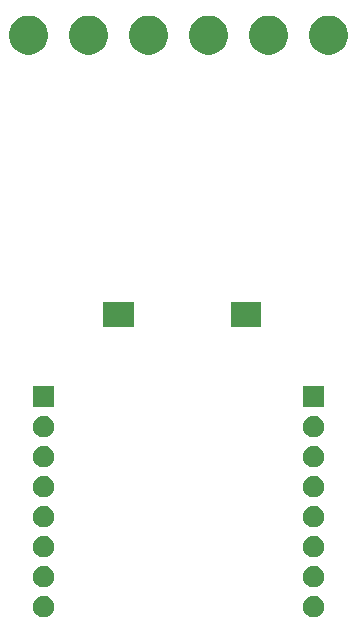
<source format=gbr>
G04 #@! TF.GenerationSoftware,KiCad,Pcbnew,(5.1.5)-3*
G04 #@! TF.CreationDate,2020-05-08T19:39:07+02:00*
G04 #@! TF.ProjectId,DRV8870 BDC Motor Driver,44525638-3837-4302-9042-4443204d6f74,rev?*
G04 #@! TF.SameCoordinates,Original*
G04 #@! TF.FileFunction,Soldermask,Bot*
G04 #@! TF.FilePolarity,Negative*
%FSLAX46Y46*%
G04 Gerber Fmt 4.6, Leading zero omitted, Abs format (unit mm)*
G04 Created by KiCad (PCBNEW (5.1.5)-3) date 2020-05-08 19:39:07*
%MOMM*%
%LPD*%
G04 APERTURE LIST*
%ADD10C,0.100000*%
G04 APERTURE END LIST*
D10*
G36*
X151243512Y-122293927D02*
G01*
X151392812Y-122323624D01*
X151556784Y-122391544D01*
X151704354Y-122490147D01*
X151829853Y-122615646D01*
X151928456Y-122763216D01*
X151996376Y-122927188D01*
X152031000Y-123101259D01*
X152031000Y-123278741D01*
X151996376Y-123452812D01*
X151928456Y-123616784D01*
X151829853Y-123764354D01*
X151704354Y-123889853D01*
X151556784Y-123988456D01*
X151392812Y-124056376D01*
X151243512Y-124086073D01*
X151218742Y-124091000D01*
X151041258Y-124091000D01*
X151016488Y-124086073D01*
X150867188Y-124056376D01*
X150703216Y-123988456D01*
X150555646Y-123889853D01*
X150430147Y-123764354D01*
X150331544Y-123616784D01*
X150263624Y-123452812D01*
X150229000Y-123278741D01*
X150229000Y-123101259D01*
X150263624Y-122927188D01*
X150331544Y-122763216D01*
X150430147Y-122615646D01*
X150555646Y-122490147D01*
X150703216Y-122391544D01*
X150867188Y-122323624D01*
X151016488Y-122293927D01*
X151041258Y-122289000D01*
X151218742Y-122289000D01*
X151243512Y-122293927D01*
G37*
G36*
X128383512Y-122293927D02*
G01*
X128532812Y-122323624D01*
X128696784Y-122391544D01*
X128844354Y-122490147D01*
X128969853Y-122615646D01*
X129068456Y-122763216D01*
X129136376Y-122927188D01*
X129171000Y-123101259D01*
X129171000Y-123278741D01*
X129136376Y-123452812D01*
X129068456Y-123616784D01*
X128969853Y-123764354D01*
X128844354Y-123889853D01*
X128696784Y-123988456D01*
X128532812Y-124056376D01*
X128383512Y-124086073D01*
X128358742Y-124091000D01*
X128181258Y-124091000D01*
X128156488Y-124086073D01*
X128007188Y-124056376D01*
X127843216Y-123988456D01*
X127695646Y-123889853D01*
X127570147Y-123764354D01*
X127471544Y-123616784D01*
X127403624Y-123452812D01*
X127369000Y-123278741D01*
X127369000Y-123101259D01*
X127403624Y-122927188D01*
X127471544Y-122763216D01*
X127570147Y-122615646D01*
X127695646Y-122490147D01*
X127843216Y-122391544D01*
X128007188Y-122323624D01*
X128156488Y-122293927D01*
X128181258Y-122289000D01*
X128358742Y-122289000D01*
X128383512Y-122293927D01*
G37*
G36*
X128383512Y-119753927D02*
G01*
X128532812Y-119783624D01*
X128696784Y-119851544D01*
X128844354Y-119950147D01*
X128969853Y-120075646D01*
X129068456Y-120223216D01*
X129136376Y-120387188D01*
X129171000Y-120561259D01*
X129171000Y-120738741D01*
X129136376Y-120912812D01*
X129068456Y-121076784D01*
X128969853Y-121224354D01*
X128844354Y-121349853D01*
X128696784Y-121448456D01*
X128532812Y-121516376D01*
X128383512Y-121546073D01*
X128358742Y-121551000D01*
X128181258Y-121551000D01*
X128156488Y-121546073D01*
X128007188Y-121516376D01*
X127843216Y-121448456D01*
X127695646Y-121349853D01*
X127570147Y-121224354D01*
X127471544Y-121076784D01*
X127403624Y-120912812D01*
X127369000Y-120738741D01*
X127369000Y-120561259D01*
X127403624Y-120387188D01*
X127471544Y-120223216D01*
X127570147Y-120075646D01*
X127695646Y-119950147D01*
X127843216Y-119851544D01*
X128007188Y-119783624D01*
X128156488Y-119753927D01*
X128181258Y-119749000D01*
X128358742Y-119749000D01*
X128383512Y-119753927D01*
G37*
G36*
X151243512Y-119753927D02*
G01*
X151392812Y-119783624D01*
X151556784Y-119851544D01*
X151704354Y-119950147D01*
X151829853Y-120075646D01*
X151928456Y-120223216D01*
X151996376Y-120387188D01*
X152031000Y-120561259D01*
X152031000Y-120738741D01*
X151996376Y-120912812D01*
X151928456Y-121076784D01*
X151829853Y-121224354D01*
X151704354Y-121349853D01*
X151556784Y-121448456D01*
X151392812Y-121516376D01*
X151243512Y-121546073D01*
X151218742Y-121551000D01*
X151041258Y-121551000D01*
X151016488Y-121546073D01*
X150867188Y-121516376D01*
X150703216Y-121448456D01*
X150555646Y-121349853D01*
X150430147Y-121224354D01*
X150331544Y-121076784D01*
X150263624Y-120912812D01*
X150229000Y-120738741D01*
X150229000Y-120561259D01*
X150263624Y-120387188D01*
X150331544Y-120223216D01*
X150430147Y-120075646D01*
X150555646Y-119950147D01*
X150703216Y-119851544D01*
X150867188Y-119783624D01*
X151016488Y-119753927D01*
X151041258Y-119749000D01*
X151218742Y-119749000D01*
X151243512Y-119753927D01*
G37*
G36*
X128383512Y-117213927D02*
G01*
X128532812Y-117243624D01*
X128696784Y-117311544D01*
X128844354Y-117410147D01*
X128969853Y-117535646D01*
X129068456Y-117683216D01*
X129136376Y-117847188D01*
X129171000Y-118021259D01*
X129171000Y-118198741D01*
X129136376Y-118372812D01*
X129068456Y-118536784D01*
X128969853Y-118684354D01*
X128844354Y-118809853D01*
X128696784Y-118908456D01*
X128532812Y-118976376D01*
X128383512Y-119006073D01*
X128358742Y-119011000D01*
X128181258Y-119011000D01*
X128156488Y-119006073D01*
X128007188Y-118976376D01*
X127843216Y-118908456D01*
X127695646Y-118809853D01*
X127570147Y-118684354D01*
X127471544Y-118536784D01*
X127403624Y-118372812D01*
X127369000Y-118198741D01*
X127369000Y-118021259D01*
X127403624Y-117847188D01*
X127471544Y-117683216D01*
X127570147Y-117535646D01*
X127695646Y-117410147D01*
X127843216Y-117311544D01*
X128007188Y-117243624D01*
X128156488Y-117213927D01*
X128181258Y-117209000D01*
X128358742Y-117209000D01*
X128383512Y-117213927D01*
G37*
G36*
X151243512Y-117213927D02*
G01*
X151392812Y-117243624D01*
X151556784Y-117311544D01*
X151704354Y-117410147D01*
X151829853Y-117535646D01*
X151928456Y-117683216D01*
X151996376Y-117847188D01*
X152031000Y-118021259D01*
X152031000Y-118198741D01*
X151996376Y-118372812D01*
X151928456Y-118536784D01*
X151829853Y-118684354D01*
X151704354Y-118809853D01*
X151556784Y-118908456D01*
X151392812Y-118976376D01*
X151243512Y-119006073D01*
X151218742Y-119011000D01*
X151041258Y-119011000D01*
X151016488Y-119006073D01*
X150867188Y-118976376D01*
X150703216Y-118908456D01*
X150555646Y-118809853D01*
X150430147Y-118684354D01*
X150331544Y-118536784D01*
X150263624Y-118372812D01*
X150229000Y-118198741D01*
X150229000Y-118021259D01*
X150263624Y-117847188D01*
X150331544Y-117683216D01*
X150430147Y-117535646D01*
X150555646Y-117410147D01*
X150703216Y-117311544D01*
X150867188Y-117243624D01*
X151016488Y-117213927D01*
X151041258Y-117209000D01*
X151218742Y-117209000D01*
X151243512Y-117213927D01*
G37*
G36*
X128383512Y-114673927D02*
G01*
X128532812Y-114703624D01*
X128696784Y-114771544D01*
X128844354Y-114870147D01*
X128969853Y-114995646D01*
X129068456Y-115143216D01*
X129136376Y-115307188D01*
X129171000Y-115481259D01*
X129171000Y-115658741D01*
X129136376Y-115832812D01*
X129068456Y-115996784D01*
X128969853Y-116144354D01*
X128844354Y-116269853D01*
X128696784Y-116368456D01*
X128532812Y-116436376D01*
X128383512Y-116466073D01*
X128358742Y-116471000D01*
X128181258Y-116471000D01*
X128156488Y-116466073D01*
X128007188Y-116436376D01*
X127843216Y-116368456D01*
X127695646Y-116269853D01*
X127570147Y-116144354D01*
X127471544Y-115996784D01*
X127403624Y-115832812D01*
X127369000Y-115658741D01*
X127369000Y-115481259D01*
X127403624Y-115307188D01*
X127471544Y-115143216D01*
X127570147Y-114995646D01*
X127695646Y-114870147D01*
X127843216Y-114771544D01*
X128007188Y-114703624D01*
X128156488Y-114673927D01*
X128181258Y-114669000D01*
X128358742Y-114669000D01*
X128383512Y-114673927D01*
G37*
G36*
X151243512Y-114673927D02*
G01*
X151392812Y-114703624D01*
X151556784Y-114771544D01*
X151704354Y-114870147D01*
X151829853Y-114995646D01*
X151928456Y-115143216D01*
X151996376Y-115307188D01*
X152031000Y-115481259D01*
X152031000Y-115658741D01*
X151996376Y-115832812D01*
X151928456Y-115996784D01*
X151829853Y-116144354D01*
X151704354Y-116269853D01*
X151556784Y-116368456D01*
X151392812Y-116436376D01*
X151243512Y-116466073D01*
X151218742Y-116471000D01*
X151041258Y-116471000D01*
X151016488Y-116466073D01*
X150867188Y-116436376D01*
X150703216Y-116368456D01*
X150555646Y-116269853D01*
X150430147Y-116144354D01*
X150331544Y-115996784D01*
X150263624Y-115832812D01*
X150229000Y-115658741D01*
X150229000Y-115481259D01*
X150263624Y-115307188D01*
X150331544Y-115143216D01*
X150430147Y-114995646D01*
X150555646Y-114870147D01*
X150703216Y-114771544D01*
X150867188Y-114703624D01*
X151016488Y-114673927D01*
X151041258Y-114669000D01*
X151218742Y-114669000D01*
X151243512Y-114673927D01*
G37*
G36*
X128383512Y-112133927D02*
G01*
X128532812Y-112163624D01*
X128696784Y-112231544D01*
X128844354Y-112330147D01*
X128969853Y-112455646D01*
X129068456Y-112603216D01*
X129136376Y-112767188D01*
X129171000Y-112941259D01*
X129171000Y-113118741D01*
X129136376Y-113292812D01*
X129068456Y-113456784D01*
X128969853Y-113604354D01*
X128844354Y-113729853D01*
X128696784Y-113828456D01*
X128532812Y-113896376D01*
X128383512Y-113926073D01*
X128358742Y-113931000D01*
X128181258Y-113931000D01*
X128156488Y-113926073D01*
X128007188Y-113896376D01*
X127843216Y-113828456D01*
X127695646Y-113729853D01*
X127570147Y-113604354D01*
X127471544Y-113456784D01*
X127403624Y-113292812D01*
X127369000Y-113118741D01*
X127369000Y-112941259D01*
X127403624Y-112767188D01*
X127471544Y-112603216D01*
X127570147Y-112455646D01*
X127695646Y-112330147D01*
X127843216Y-112231544D01*
X128007188Y-112163624D01*
X128156488Y-112133927D01*
X128181258Y-112129000D01*
X128358742Y-112129000D01*
X128383512Y-112133927D01*
G37*
G36*
X151243512Y-112133927D02*
G01*
X151392812Y-112163624D01*
X151556784Y-112231544D01*
X151704354Y-112330147D01*
X151829853Y-112455646D01*
X151928456Y-112603216D01*
X151996376Y-112767188D01*
X152031000Y-112941259D01*
X152031000Y-113118741D01*
X151996376Y-113292812D01*
X151928456Y-113456784D01*
X151829853Y-113604354D01*
X151704354Y-113729853D01*
X151556784Y-113828456D01*
X151392812Y-113896376D01*
X151243512Y-113926073D01*
X151218742Y-113931000D01*
X151041258Y-113931000D01*
X151016488Y-113926073D01*
X150867188Y-113896376D01*
X150703216Y-113828456D01*
X150555646Y-113729853D01*
X150430147Y-113604354D01*
X150331544Y-113456784D01*
X150263624Y-113292812D01*
X150229000Y-113118741D01*
X150229000Y-112941259D01*
X150263624Y-112767188D01*
X150331544Y-112603216D01*
X150430147Y-112455646D01*
X150555646Y-112330147D01*
X150703216Y-112231544D01*
X150867188Y-112163624D01*
X151016488Y-112133927D01*
X151041258Y-112129000D01*
X151218742Y-112129000D01*
X151243512Y-112133927D01*
G37*
G36*
X128383512Y-109593927D02*
G01*
X128532812Y-109623624D01*
X128696784Y-109691544D01*
X128844354Y-109790147D01*
X128969853Y-109915646D01*
X129068456Y-110063216D01*
X129136376Y-110227188D01*
X129171000Y-110401259D01*
X129171000Y-110578741D01*
X129136376Y-110752812D01*
X129068456Y-110916784D01*
X128969853Y-111064354D01*
X128844354Y-111189853D01*
X128696784Y-111288456D01*
X128532812Y-111356376D01*
X128383512Y-111386073D01*
X128358742Y-111391000D01*
X128181258Y-111391000D01*
X128156488Y-111386073D01*
X128007188Y-111356376D01*
X127843216Y-111288456D01*
X127695646Y-111189853D01*
X127570147Y-111064354D01*
X127471544Y-110916784D01*
X127403624Y-110752812D01*
X127369000Y-110578741D01*
X127369000Y-110401259D01*
X127403624Y-110227188D01*
X127471544Y-110063216D01*
X127570147Y-109915646D01*
X127695646Y-109790147D01*
X127843216Y-109691544D01*
X128007188Y-109623624D01*
X128156488Y-109593927D01*
X128181258Y-109589000D01*
X128358742Y-109589000D01*
X128383512Y-109593927D01*
G37*
G36*
X151243512Y-109593927D02*
G01*
X151392812Y-109623624D01*
X151556784Y-109691544D01*
X151704354Y-109790147D01*
X151829853Y-109915646D01*
X151928456Y-110063216D01*
X151996376Y-110227188D01*
X152031000Y-110401259D01*
X152031000Y-110578741D01*
X151996376Y-110752812D01*
X151928456Y-110916784D01*
X151829853Y-111064354D01*
X151704354Y-111189853D01*
X151556784Y-111288456D01*
X151392812Y-111356376D01*
X151243512Y-111386073D01*
X151218742Y-111391000D01*
X151041258Y-111391000D01*
X151016488Y-111386073D01*
X150867188Y-111356376D01*
X150703216Y-111288456D01*
X150555646Y-111189853D01*
X150430147Y-111064354D01*
X150331544Y-110916784D01*
X150263624Y-110752812D01*
X150229000Y-110578741D01*
X150229000Y-110401259D01*
X150263624Y-110227188D01*
X150331544Y-110063216D01*
X150430147Y-109915646D01*
X150555646Y-109790147D01*
X150703216Y-109691544D01*
X150867188Y-109623624D01*
X151016488Y-109593927D01*
X151041258Y-109589000D01*
X151218742Y-109589000D01*
X151243512Y-109593927D01*
G37*
G36*
X151243512Y-107053927D02*
G01*
X151392812Y-107083624D01*
X151556784Y-107151544D01*
X151704354Y-107250147D01*
X151829853Y-107375646D01*
X151928456Y-107523216D01*
X151996376Y-107687188D01*
X152031000Y-107861259D01*
X152031000Y-108038741D01*
X151996376Y-108212812D01*
X151928456Y-108376784D01*
X151829853Y-108524354D01*
X151704354Y-108649853D01*
X151556784Y-108748456D01*
X151392812Y-108816376D01*
X151243512Y-108846073D01*
X151218742Y-108851000D01*
X151041258Y-108851000D01*
X151016488Y-108846073D01*
X150867188Y-108816376D01*
X150703216Y-108748456D01*
X150555646Y-108649853D01*
X150430147Y-108524354D01*
X150331544Y-108376784D01*
X150263624Y-108212812D01*
X150229000Y-108038741D01*
X150229000Y-107861259D01*
X150263624Y-107687188D01*
X150331544Y-107523216D01*
X150430147Y-107375646D01*
X150555646Y-107250147D01*
X150703216Y-107151544D01*
X150867188Y-107083624D01*
X151016488Y-107053927D01*
X151041258Y-107049000D01*
X151218742Y-107049000D01*
X151243512Y-107053927D01*
G37*
G36*
X128383512Y-107053927D02*
G01*
X128532812Y-107083624D01*
X128696784Y-107151544D01*
X128844354Y-107250147D01*
X128969853Y-107375646D01*
X129068456Y-107523216D01*
X129136376Y-107687188D01*
X129171000Y-107861259D01*
X129171000Y-108038741D01*
X129136376Y-108212812D01*
X129068456Y-108376784D01*
X128969853Y-108524354D01*
X128844354Y-108649853D01*
X128696784Y-108748456D01*
X128532812Y-108816376D01*
X128383512Y-108846073D01*
X128358742Y-108851000D01*
X128181258Y-108851000D01*
X128156488Y-108846073D01*
X128007188Y-108816376D01*
X127843216Y-108748456D01*
X127695646Y-108649853D01*
X127570147Y-108524354D01*
X127471544Y-108376784D01*
X127403624Y-108212812D01*
X127369000Y-108038741D01*
X127369000Y-107861259D01*
X127403624Y-107687188D01*
X127471544Y-107523216D01*
X127570147Y-107375646D01*
X127695646Y-107250147D01*
X127843216Y-107151544D01*
X128007188Y-107083624D01*
X128156488Y-107053927D01*
X128181258Y-107049000D01*
X128358742Y-107049000D01*
X128383512Y-107053927D01*
G37*
G36*
X152031000Y-106311000D02*
G01*
X150229000Y-106311000D01*
X150229000Y-104509000D01*
X152031000Y-104509000D01*
X152031000Y-106311000D01*
G37*
G36*
X129171000Y-106311000D02*
G01*
X127369000Y-106311000D01*
X127369000Y-104509000D01*
X129171000Y-104509000D01*
X129171000Y-106311000D01*
G37*
G36*
X146716000Y-99476000D02*
G01*
X144114000Y-99476000D01*
X144114000Y-97374000D01*
X146716000Y-97374000D01*
X146716000Y-99476000D01*
G37*
G36*
X135921000Y-99476000D02*
G01*
X133319000Y-99476000D01*
X133319000Y-97374000D01*
X135921000Y-97374000D01*
X135921000Y-99476000D01*
G37*
G36*
X127375256Y-73194298D02*
G01*
X127481579Y-73215447D01*
X127782042Y-73339903D01*
X128052451Y-73520585D01*
X128282415Y-73750549D01*
X128463097Y-74020958D01*
X128587553Y-74321421D01*
X128651000Y-74640391D01*
X128651000Y-74965609D01*
X128587553Y-75284579D01*
X128463097Y-75585042D01*
X128282415Y-75855451D01*
X128052451Y-76085415D01*
X127782042Y-76266097D01*
X127481579Y-76390553D01*
X127375256Y-76411702D01*
X127162611Y-76454000D01*
X126837389Y-76454000D01*
X126624744Y-76411702D01*
X126518421Y-76390553D01*
X126217958Y-76266097D01*
X125947549Y-76085415D01*
X125717585Y-75855451D01*
X125536903Y-75585042D01*
X125412447Y-75284579D01*
X125349000Y-74965609D01*
X125349000Y-74640391D01*
X125412447Y-74321421D01*
X125536903Y-74020958D01*
X125717585Y-73750549D01*
X125947549Y-73520585D01*
X126217958Y-73339903D01*
X126518421Y-73215447D01*
X126624744Y-73194298D01*
X126837389Y-73152000D01*
X127162611Y-73152000D01*
X127375256Y-73194298D01*
G37*
G36*
X132455256Y-73194298D02*
G01*
X132561579Y-73215447D01*
X132862042Y-73339903D01*
X133132451Y-73520585D01*
X133362415Y-73750549D01*
X133543097Y-74020958D01*
X133667553Y-74321421D01*
X133731000Y-74640391D01*
X133731000Y-74965609D01*
X133667553Y-75284579D01*
X133543097Y-75585042D01*
X133362415Y-75855451D01*
X133132451Y-76085415D01*
X132862042Y-76266097D01*
X132561579Y-76390553D01*
X132455256Y-76411702D01*
X132242611Y-76454000D01*
X131917389Y-76454000D01*
X131704744Y-76411702D01*
X131598421Y-76390553D01*
X131297958Y-76266097D01*
X131027549Y-76085415D01*
X130797585Y-75855451D01*
X130616903Y-75585042D01*
X130492447Y-75284579D01*
X130429000Y-74965609D01*
X130429000Y-74640391D01*
X130492447Y-74321421D01*
X130616903Y-74020958D01*
X130797585Y-73750549D01*
X131027549Y-73520585D01*
X131297958Y-73339903D01*
X131598421Y-73215447D01*
X131704744Y-73194298D01*
X131917389Y-73152000D01*
X132242611Y-73152000D01*
X132455256Y-73194298D01*
G37*
G36*
X137535256Y-73194298D02*
G01*
X137641579Y-73215447D01*
X137942042Y-73339903D01*
X138212451Y-73520585D01*
X138442415Y-73750549D01*
X138623097Y-74020958D01*
X138747553Y-74321421D01*
X138811000Y-74640391D01*
X138811000Y-74965609D01*
X138747553Y-75284579D01*
X138623097Y-75585042D01*
X138442415Y-75855451D01*
X138212451Y-76085415D01*
X137942042Y-76266097D01*
X137641579Y-76390553D01*
X137535256Y-76411702D01*
X137322611Y-76454000D01*
X136997389Y-76454000D01*
X136784744Y-76411702D01*
X136678421Y-76390553D01*
X136377958Y-76266097D01*
X136107549Y-76085415D01*
X135877585Y-75855451D01*
X135696903Y-75585042D01*
X135572447Y-75284579D01*
X135509000Y-74965609D01*
X135509000Y-74640391D01*
X135572447Y-74321421D01*
X135696903Y-74020958D01*
X135877585Y-73750549D01*
X136107549Y-73520585D01*
X136377958Y-73339903D01*
X136678421Y-73215447D01*
X136784744Y-73194298D01*
X136997389Y-73152000D01*
X137322611Y-73152000D01*
X137535256Y-73194298D01*
G37*
G36*
X142615256Y-73194298D02*
G01*
X142721579Y-73215447D01*
X143022042Y-73339903D01*
X143292451Y-73520585D01*
X143522415Y-73750549D01*
X143703097Y-74020958D01*
X143827553Y-74321421D01*
X143891000Y-74640391D01*
X143891000Y-74965609D01*
X143827553Y-75284579D01*
X143703097Y-75585042D01*
X143522415Y-75855451D01*
X143292451Y-76085415D01*
X143022042Y-76266097D01*
X142721579Y-76390553D01*
X142615256Y-76411702D01*
X142402611Y-76454000D01*
X142077389Y-76454000D01*
X141864744Y-76411702D01*
X141758421Y-76390553D01*
X141457958Y-76266097D01*
X141187549Y-76085415D01*
X140957585Y-75855451D01*
X140776903Y-75585042D01*
X140652447Y-75284579D01*
X140589000Y-74965609D01*
X140589000Y-74640391D01*
X140652447Y-74321421D01*
X140776903Y-74020958D01*
X140957585Y-73750549D01*
X141187549Y-73520585D01*
X141457958Y-73339903D01*
X141758421Y-73215447D01*
X141864744Y-73194298D01*
X142077389Y-73152000D01*
X142402611Y-73152000D01*
X142615256Y-73194298D01*
G37*
G36*
X147695256Y-73194298D02*
G01*
X147801579Y-73215447D01*
X148102042Y-73339903D01*
X148372451Y-73520585D01*
X148602415Y-73750549D01*
X148783097Y-74020958D01*
X148907553Y-74321421D01*
X148971000Y-74640391D01*
X148971000Y-74965609D01*
X148907553Y-75284579D01*
X148783097Y-75585042D01*
X148602415Y-75855451D01*
X148372451Y-76085415D01*
X148102042Y-76266097D01*
X147801579Y-76390553D01*
X147695256Y-76411702D01*
X147482611Y-76454000D01*
X147157389Y-76454000D01*
X146944744Y-76411702D01*
X146838421Y-76390553D01*
X146537958Y-76266097D01*
X146267549Y-76085415D01*
X146037585Y-75855451D01*
X145856903Y-75585042D01*
X145732447Y-75284579D01*
X145669000Y-74965609D01*
X145669000Y-74640391D01*
X145732447Y-74321421D01*
X145856903Y-74020958D01*
X146037585Y-73750549D01*
X146267549Y-73520585D01*
X146537958Y-73339903D01*
X146838421Y-73215447D01*
X146944744Y-73194298D01*
X147157389Y-73152000D01*
X147482611Y-73152000D01*
X147695256Y-73194298D01*
G37*
G36*
X152775256Y-73194298D02*
G01*
X152881579Y-73215447D01*
X153182042Y-73339903D01*
X153452451Y-73520585D01*
X153682415Y-73750549D01*
X153863097Y-74020958D01*
X153987553Y-74321421D01*
X154051000Y-74640391D01*
X154051000Y-74965609D01*
X153987553Y-75284579D01*
X153863097Y-75585042D01*
X153682415Y-75855451D01*
X153452451Y-76085415D01*
X153182042Y-76266097D01*
X152881579Y-76390553D01*
X152775256Y-76411702D01*
X152562611Y-76454000D01*
X152237389Y-76454000D01*
X152024744Y-76411702D01*
X151918421Y-76390553D01*
X151617958Y-76266097D01*
X151347549Y-76085415D01*
X151117585Y-75855451D01*
X150936903Y-75585042D01*
X150812447Y-75284579D01*
X150749000Y-74965609D01*
X150749000Y-74640391D01*
X150812447Y-74321421D01*
X150936903Y-74020958D01*
X151117585Y-73750549D01*
X151347549Y-73520585D01*
X151617958Y-73339903D01*
X151918421Y-73215447D01*
X152024744Y-73194298D01*
X152237389Y-73152000D01*
X152562611Y-73152000D01*
X152775256Y-73194298D01*
G37*
M02*

</source>
